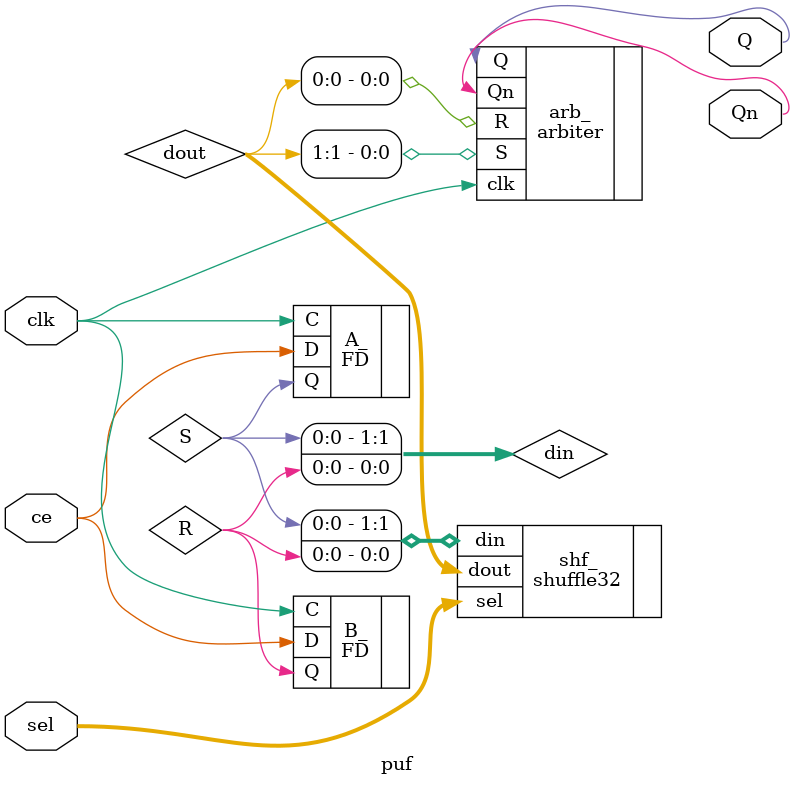
<source format=v>

module puf (/*AUTOARG*/
   // Outputs
   Q, Qn,
   // Inputs
   clk, ce, sel
   );

   output Q;
   output Qn;

   input  clk;
   input  ce;

   input [31:0] sel;

   wire        S, R;
   wire [1:0]  din;
   wire [1:0]  dout;

   assign din = {S,R};
   
   (* RLOC = "X0Y0" *) FD A_ (.Q(S), .C(clk), .D(ce));   
   (* RLOC = "X0Y0" *) FD B_ (.Q(R), .C(clk), .D(ce));

   (* RLOC = "X0Y0" *) shuffle32 shf_ (/*AUTOINST*/
                                       // Outputs
                                       .dout            (dout[1:0]),
                                       // Inputs
                                       .din             (din[1:0]),
                                       .sel             (sel[31:0]));
   
   (* RLOC = "X8Y0" *) arbiter arb_  (.clk(clk),
                                      .S(dout[1]),
                                      .R(dout[0]),
                                      .Q(Q),
                                      .Qn(Qn));
   
endmodule // puf

</source>
